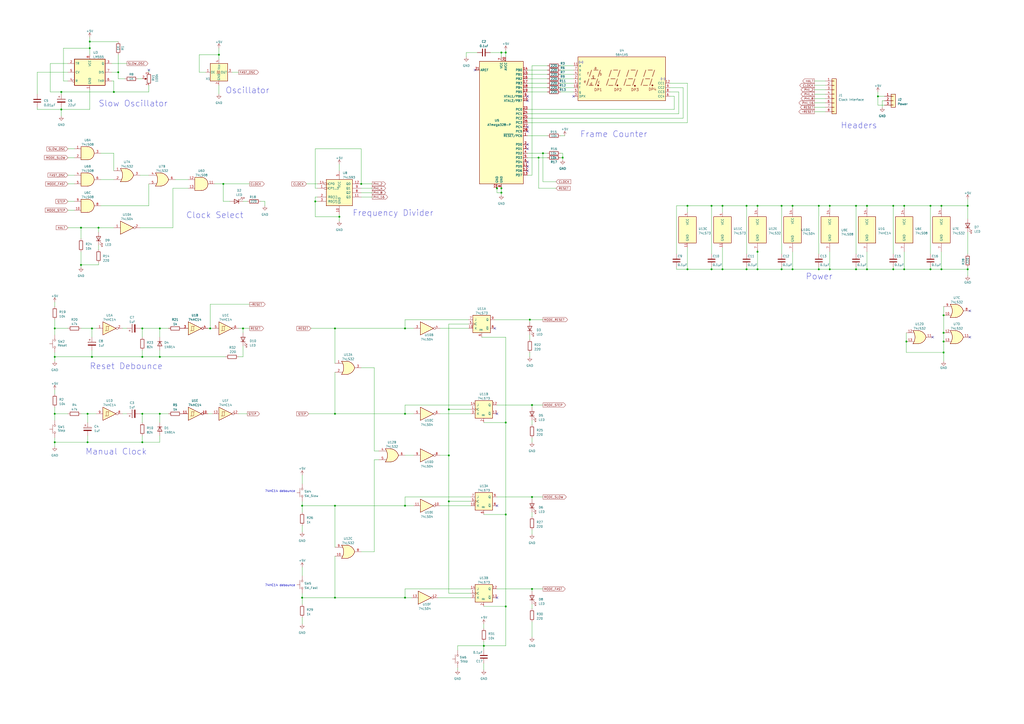
<source format=kicad_sch>
(kicad_sch (version 20230121) (generator eeschema)
  (paper "A2")
  (junction (at 539.75 156.21))
  (junction (at 439.42 156.21))
  (junction (at 308.61 234.95))
  (junction (at 546.1 119.38))
  (junction (at 433.07 119.38))
  (junction (at 561.34 119.38))
  (junction (at 419.1 119.38))
  (junction (at 82.55 190.5))
  (junction (at 140.97 190.5))
  (junction (at 175.26 293.37))
  (junction (at 398.78 156.21))
  (junction (at 524.51 119.38))
  (junction (at 308.61 288.29))
  (junction (at 439.42 119.38))
  (junction (at 234.95 190.5))
  (junction (at 53.34 190.5))
  (junction (at 260.35 237.49))
  (junction (at 547.37 198.12))
  (junction (at 260.35 290.83))
  (junction (at 307.34 185.42))
  (junction (at 474.98 156.21))
  (junction (at 412.75 156.21))
  (junction (at 439.42 146.05))
  (junction (at 459.74 156.21))
  (junction (at 82.55 207.01))
  (junction (at 293.37 30.48))
  (junction (at 398.78 119.38))
  (junction (at 52.07 24.13))
  (junction (at 518.16 119.38))
  (junction (at 50.8 240.03))
  (junction (at 196.85 125.73))
  (junction (at 46.99 153.67))
  (junction (at 194.31 346.71))
  (junction (at 481.33 119.38))
  (junction (at 260.35 264.16))
  (junction (at 82.55 240.03))
  (junction (at 127 31.75))
  (junction (at 293.37 245.11))
  (junction (at 312.42 91.44))
  (junction (at 433.07 156.21))
  (junction (at 293.37 351.79))
  (junction (at 502.92 156.21))
  (junction (at 182.88 116.84))
  (junction (at 175.26 346.71))
  (junction (at 92.71 240.03))
  (junction (at 209.55 106.68))
  (junction (at 46.99 132.08))
  (junction (at 92.71 190.5))
  (junction (at 547.37 204.47))
  (junction (at 35.56 63.5))
  (junction (at 308.61 341.63))
  (junction (at 280.67 374.65))
  (junction (at 453.39 119.38))
  (junction (at 502.92 119.38))
  (junction (at 288.29 109.22))
  (junction (at 474.98 119.38))
  (junction (at 518.16 156.21))
  (junction (at 561.34 156.21))
  (junction (at 121.92 190.5))
  (junction (at 326.39 91.44))
  (junction (at 459.74 119.38))
  (junction (at 66.04 53.34))
  (junction (at 31.75 240.03))
  (junction (at 68.58 41.91))
  (junction (at 129.54 106.68))
  (junction (at 453.39 156.21))
  (junction (at 82.55 256.54))
  (junction (at 290.83 111.76))
  (junction (at 525.78 198.12))
  (junction (at 31.75 207.01))
  (junction (at 92.71 207.01))
  (junction (at 481.33 156.21))
  (junction (at 53.34 207.01))
  (junction (at 412.75 119.38))
  (junction (at 509.27 55.88))
  (junction (at 419.1 156.21))
  (junction (at 31.75 256.54))
  (junction (at 52.07 27.94))
  (junction (at 234.95 346.71))
  (junction (at 194.31 293.37))
  (junction (at 314.96 88.9))
  (junction (at 547.37 193.04))
  (junction (at 234.95 240.03))
  (junction (at 194.31 190.5))
  (junction (at 546.1 156.21))
  (junction (at 496.57 156.21))
  (junction (at 35.56 53.34))
  (junction (at 524.51 156.21))
  (junction (at 293.37 298.45))
  (junction (at 31.75 190.5))
  (junction (at 57.15 132.08))
  (junction (at 194.31 240.03))
  (junction (at 290.83 30.48))
  (junction (at 496.57 119.38))
  (junction (at 290.83 109.22))
  (junction (at 234.95 293.37))
  (junction (at 50.8 256.54))
  (junction (at 547.37 182.88))
  (junction (at 539.75 119.38))
  (no_connect (at 306.07 99.06))
  (no_connect (at 332.74 55.88))
  (no_connect (at 288.29 293.37))
  (no_connect (at 275.59 40.64))
  (no_connect (at 287.02 190.5))
  (no_connect (at 541.02 195.58))
  (no_connect (at 562.61 180.34))
  (no_connect (at 306.07 76.2))
  (no_connect (at 306.07 86.36))
  (no_connect (at 86.36 40.64))
  (no_connect (at 306.07 93.98))
  (no_connect (at 562.61 195.58))
  (no_connect (at 306.07 58.42))
  (no_connect (at 306.07 73.66))
  (no_connect (at 306.07 83.82))
  (no_connect (at 306.07 55.88))
  (no_connect (at 306.07 96.52))
  (no_connect (at 288.29 346.71))
  (no_connect (at 288.29 240.03))
  (wire (pts (xy 209.55 111.76) (xy 215.9 111.76)))
  (wire (pts (xy 472.44 59.69) (xy 478.79 59.69)))
  (wire (pts (xy 194.31 293.37) (xy 234.95 293.37)))
  (wire (pts (xy 39.37 190.5) (xy 31.75 190.5)))
  (wire (pts (xy 561.34 134.62) (xy 561.34 147.32)))
  (wire (pts (xy 525.78 204.47) (xy 525.78 198.12)))
  (wire (pts (xy 391.16 63.5) (xy 391.16 55.88)))
  (wire (pts (xy 153.67 119.38) (xy 153.67 116.84)))
  (wire (pts (xy 308.61 234.95) (xy 308.61 236.22)))
  (wire (pts (xy 29.21 53.34) (xy 35.56 53.34)))
  (wire (pts (xy 194.31 346.71) (xy 234.95 346.71)))
  (wire (pts (xy 100.33 109.22) (xy 100.33 132.08)))
  (wire (pts (xy 234.95 264.16) (xy 240.03 264.16)))
  (wire (pts (xy 39.37 132.08) (xy 46.99 132.08)))
  (wire (pts (xy 561.34 156.21) (xy 561.34 160.02)))
  (wire (pts (xy 513.08 60.96) (xy 509.27 60.96)))
  (wire (pts (xy 509.27 55.88) (xy 509.27 60.96)))
  (wire (pts (xy 55.88 240.03) (xy 50.8 240.03)))
  (wire (pts (xy 546.1 156.21) (xy 546.1 146.05)))
  (wire (pts (xy 31.75 190.5) (xy 31.75 185.42)))
  (wire (pts (xy 52.07 24.13) (xy 52.07 27.94)))
  (wire (pts (xy 306.07 66.04) (xy 393.7 66.04)))
  (wire (pts (xy 509.27 55.88) (xy 513.08 55.88)))
  (wire (pts (xy 39.37 36.83) (xy 29.21 36.83)))
  (wire (pts (xy 101.6 104.14) (xy 109.22 104.14)))
  (wire (pts (xy 21.59 63.5) (xy 35.56 63.5)))
  (wire (pts (xy 280.67 298.45) (xy 293.37 298.45)))
  (wire (pts (xy 502.92 120.65) (xy 502.92 119.38)))
  (wire (pts (xy 55.88 190.5) (xy 53.34 190.5)))
  (wire (pts (xy 524.51 156.21) (xy 524.51 146.05)))
  (wire (pts (xy 308.61 341.63) (xy 314.96 341.63)))
  (wire (pts (xy 472.44 49.53) (xy 478.79 49.53)))
  (wire (pts (xy 175.26 346.71) (xy 175.26 350.52)))
  (wire (pts (xy 194.31 293.37) (xy 194.31 317.5)))
  (wire (pts (xy 144.78 176.53) (xy 121.92 176.53)))
  (wire (pts (xy 524.51 119.38) (xy 539.75 119.38)))
  (wire (pts (xy 194.31 322.58) (xy 194.31 346.71)))
  (wire (pts (xy 280.67 374.65) (xy 265.43 374.65)))
  (wire (pts (xy 547.37 204.47) (xy 547.37 209.55)))
  (wire (pts (xy 306.07 50.8) (xy 317.5 50.8)))
  (wire (pts (xy 308.61 234.95) (xy 314.96 234.95)))
  (wire (pts (xy 287.02 185.42) (xy 307.34 185.42)))
  (wire (pts (xy 307.34 207.01) (xy 307.34 204.47)))
  (wire (pts (xy 419.1 119.38) (xy 433.07 119.38)))
  (wire (pts (xy 57.15 153.67) (xy 57.15 152.4)))
  (wire (pts (xy 502.92 156.21) (xy 502.92 146.05)))
  (wire (pts (xy 217.17 213.36) (xy 209.55 213.36)))
  (wire (pts (xy 92.71 252.73) (xy 92.71 256.54)))
  (wire (pts (xy 31.75 259.08) (xy 31.75 256.54)))
  (wire (pts (xy 68.58 31.75) (xy 68.58 41.91)))
  (wire (pts (xy 306.07 43.18) (xy 317.5 43.18)))
  (wire (pts (xy 39.37 86.36) (xy 43.18 86.36)))
  (wire (pts (xy 86.36 119.38) (xy 86.36 106.68)))
  (wire (pts (xy 92.71 240.03) (xy 97.79 240.03)))
  (wire (pts (xy 46.99 154.94) (xy 46.99 153.67)))
  (wire (pts (xy 234.95 341.63) (xy 234.95 346.71)))
  (wire (pts (xy 92.71 207.01) (xy 82.55 207.01)))
  (wire (pts (xy 66.04 46.99) (xy 66.04 53.34)))
  (wire (pts (xy 439.42 119.38) (xy 439.42 120.65)))
  (wire (pts (xy 290.83 30.48) (xy 293.37 30.48)))
  (wire (pts (xy 518.16 154.94) (xy 518.16 156.21)))
  (wire (pts (xy 270.51 30.48) (xy 270.51 33.02)))
  (wire (pts (xy 453.39 156.21) (xy 459.74 156.21)))
  (wire (pts (xy 539.75 119.38) (xy 539.75 147.32)))
  (wire (pts (xy 290.83 109.22) (xy 290.83 111.76)))
  (wire (pts (xy 39.37 101.6) (xy 43.18 101.6)))
  (wire (pts (xy 392.43 156.21) (xy 398.78 156.21)))
  (wire (pts (xy 82.55 252.73) (xy 82.55 256.54)))
  (wire (pts (xy 293.37 298.45) (xy 293.37 351.79)))
  (wire (pts (xy 325.12 91.44) (xy 326.39 91.44)))
  (wire (pts (xy 255.27 293.37) (xy 273.05 293.37)))
  (wire (pts (xy 322.58 105.41) (xy 314.96 105.41)))
  (wire (pts (xy 472.44 64.77) (xy 478.79 64.77)))
  (wire (pts (xy 433.07 119.38) (xy 439.42 119.38)))
  (wire (pts (xy 392.43 154.94) (xy 392.43 156.21)))
  (wire (pts (xy 308.61 38.1) (xy 317.5 38.1)))
  (wire (pts (xy 175.26 304.8) (xy 175.26 308.61)))
  (wire (pts (xy 459.74 119.38) (xy 474.98 119.38)))
  (wire (pts (xy 175.26 293.37) (xy 175.26 297.18)))
  (wire (pts (xy 175.26 275.59) (xy 175.26 280.67)))
  (wire (pts (xy 82.55 190.5) (xy 92.71 190.5)))
  (wire (pts (xy 182.88 109.22) (xy 184.15 109.22)))
  (wire (pts (xy 293.37 195.58) (xy 293.37 245.11)))
  (wire (pts (xy 138.43 190.5) (xy 140.97 190.5)))
  (wire (pts (xy 153.67 116.84) (xy 151.13 116.84)))
  (wire (pts (xy 194.31 240.03) (xy 194.31 215.9)))
  (wire (pts (xy 306.07 63.5) (xy 391.16 63.5)))
  (wire (pts (xy 472.44 62.23) (xy 478.79 62.23)))
  (wire (pts (xy 127 27.94) (xy 127 31.75)))
  (wire (pts (xy 209.55 86.36) (xy 182.88 86.36)))
  (wire (pts (xy 453.39 154.94) (xy 453.39 156.21)))
  (wire (pts (xy 398.78 143.51) (xy 398.78 156.21)))
  (wire (pts (xy 115.57 31.75) (xy 127 31.75)))
  (wire (pts (xy 209.55 106.68) (xy 215.9 106.68)))
  (wire (pts (xy 209.55 109.22) (xy 215.9 109.22)))
  (wire (pts (xy 433.07 154.94) (xy 433.07 156.21)))
  (wire (pts (xy 71.12 240.03) (xy 73.66 240.03)))
  (wire (pts (xy 481.33 156.21) (xy 481.33 146.05)))
  (wire (pts (xy 92.71 203.2) (xy 92.71 207.01)))
  (wire (pts (xy 308.61 246.38) (xy 308.61 243.84)))
  (wire (pts (xy 288.29 341.63) (xy 308.61 341.63)))
  (wire (pts (xy 547.37 193.04) (xy 547.37 198.12)))
  (wire (pts (xy 290.83 107.95) (xy 290.83 109.22)))
  (wire (pts (xy 31.75 236.22) (xy 31.75 240.03)))
  (wire (pts (xy 419.1 156.21) (xy 433.07 156.21)))
  (wire (pts (xy 46.99 153.67) (xy 57.15 153.67)))
  (wire (pts (xy 439.42 119.38) (xy 453.39 119.38)))
  (wire (pts (xy 496.57 119.38) (xy 502.92 119.38)))
  (wire (pts (xy 280.67 245.11) (xy 293.37 245.11)))
  (wire (pts (xy 474.98 154.94) (xy 474.98 156.21)))
  (wire (pts (xy 124.46 106.68) (xy 129.54 106.68)))
  (wire (pts (xy 255.27 264.16) (xy 260.35 264.16)))
  (wire (pts (xy 308.61 288.29) (xy 308.61 289.56)))
  (wire (pts (xy 325.12 45.72) (xy 332.74 45.72)))
  (wire (pts (xy 260.35 290.83) (xy 260.35 344.17)))
  (wire (pts (xy 280.67 361.95) (xy 280.67 364.49)))
  (wire (pts (xy 64.77 46.99) (xy 66.04 46.99)))
  (wire (pts (xy 53.34 195.58) (xy 53.34 190.5)))
  (wire (pts (xy 39.37 240.03) (xy 31.75 240.03)))
  (wire (pts (xy 398.78 156.21) (xy 412.75 156.21)))
  (wire (pts (xy 398.78 119.38) (xy 412.75 119.38)))
  (wire (pts (xy 306.07 45.72) (xy 317.5 45.72)))
  (wire (pts (xy 92.71 190.5) (xy 92.71 195.58)))
  (wire (pts (xy 255.27 190.5) (xy 271.78 190.5)))
  (wire (pts (xy 273.05 288.29) (xy 234.95 288.29)))
  (wire (pts (xy 209.55 114.3) (xy 215.9 114.3)))
  (wire (pts (xy 129.54 106.68) (xy 144.78 106.68)))
  (wire (pts (xy 561.34 119.38) (xy 561.34 127)))
  (wire (pts (xy 546.1 119.38) (xy 539.75 119.38)))
  (wire (pts (xy 46.99 132.08) (xy 46.99 138.43)))
  (wire (pts (xy 140.97 116.84) (xy 143.51 116.84)))
  (wire (pts (xy 273.05 234.95) (xy 234.95 234.95)))
  (wire (pts (xy 80.01 45.72) (xy 82.55 45.72)))
  (wire (pts (xy 140.97 193.04) (xy 140.97 190.5)))
  (wire (pts (xy 64.77 41.91) (xy 68.58 41.91)))
  (wire (pts (xy 21.59 62.23) (xy 21.59 63.5)))
  (wire (pts (xy 66.04 88.9) (xy 58.42 88.9)))
  (wire (pts (xy 481.33 119.38) (xy 496.57 119.38)))
  (wire (pts (xy 280.67 374.65) (xy 293.37 374.65)))
  (wire (pts (xy 175.26 344.17) (xy 175.26 346.71)))
  (wire (pts (xy 393.7 53.34) (xy 388.62 53.34)))
  (wire (pts (xy 412.75 119.38) (xy 412.75 147.32)))
  (wire (pts (xy 82.55 256.54) (xy 50.8 256.54)))
  (wire (pts (xy 459.74 146.05) (xy 459.74 156.21)))
  (wire (pts (xy 307.34 185.42) (xy 307.34 186.69)))
  (wire (pts (xy 234.95 240.03) (xy 240.03 240.03)))
  (wire (pts (xy 474.98 119.38) (xy 481.33 119.38)))
  (wire (pts (xy 53.34 203.2) (xy 53.34 207.01)))
  (wire (pts (xy 217.17 320.04) (xy 209.55 320.04)))
  (wire (pts (xy 474.98 119.38) (xy 474.98 147.32)))
  (wire (pts (xy 496.57 147.32) (xy 496.57 119.38)))
  (wire (pts (xy 194.31 240.03) (xy 234.95 240.03)))
  (wire (pts (xy 50.8 240.03) (xy 46.99 240.03)))
  (wire (pts (xy 524.51 156.21) (xy 539.75 156.21)))
  (wire (pts (xy 196.85 124.46) (xy 196.85 125.73)))
  (wire (pts (xy 121.92 190.5) (xy 123.19 190.5)))
  (wire (pts (xy 288.29 107.95) (xy 288.29 109.22)))
  (wire (pts (xy 39.37 116.84) (xy 43.18 116.84)))
  (wire (pts (xy 234.95 234.95) (xy 234.95 240.03)))
  (wire (pts (xy 68.58 45.72) (xy 68.58 41.91)))
  (wire (pts (xy 308.61 288.29) (xy 314.96 288.29)))
  (wire (pts (xy 453.39 119.38) (xy 459.74 119.38)))
  (wire (pts (xy 127 49.53) (xy 127 54.61)))
  (wire (pts (xy 175.26 293.37) (xy 194.31 293.37)))
  (wire (pts (xy 234.95 190.5) (xy 240.03 190.5)))
  (wire (pts (xy 255.27 240.03) (xy 273.05 240.03)))
  (wire (pts (xy 82.55 240.03) (xy 81.28 240.03)))
  (wire (pts (xy 234.95 288.29) (xy 234.95 293.37)))
  (wire (pts (xy 29.21 36.83) (xy 29.21 53.34)))
  (wire (pts (xy 234.95 346.71) (xy 238.76 346.71)))
  (wire (pts (xy 46.99 146.05) (xy 46.99 153.67)))
  (wire (pts (xy 82.55 240.03) (xy 82.55 245.11)))
  (wire (pts (xy 134.62 41.91) (xy 138.43 41.91)))
  (wire (pts (xy 50.8 245.11) (xy 50.8 240.03)))
  (wire (pts (xy 196.85 125.73) (xy 196.85 128.27)))
  (wire (pts (xy 308.61 101.6) (xy 306.07 101.6)))
  (wire (pts (xy 325.12 88.9) (xy 326.39 88.9)))
  (wire (pts (xy 280.67 351.79) (xy 293.37 351.79)))
  (wire (pts (xy 509.27 55.88) (xy 509.27 53.34)))
  (wire (pts (xy 496.57 156.21) (xy 502.92 156.21)))
  (wire (pts (xy 502.92 119.38) (xy 518.16 119.38)))
  (wire (pts (xy 52.07 27.94) (xy 52.07 31.75)))
  (wire (pts (xy 71.12 190.5) (xy 73.66 190.5)))
  (wire (pts (xy 396.24 68.58) (xy 396.24 50.8)))
  (wire (pts (xy 82.55 203.2) (xy 82.55 207.01)))
  (wire (pts (xy 306.07 40.64) (xy 317.5 40.64)))
  (wire (pts (xy 39.37 106.68) (xy 43.18 106.68)))
  (wire (pts (xy 325.12 78.74) (xy 327.66 78.74)))
  (wire (pts (xy 31.75 240.03) (xy 31.75 243.84)))
  (wire (pts (xy 182.88 86.36) (xy 182.88 109.22)))
  (wire (pts (xy 398.78 71.12) (xy 398.78 48.26)))
  (wire (pts (xy 182.88 116.84) (xy 184.15 116.84)))
  (wire (pts (xy 57.15 134.62) (xy 57.15 132.08)))
  (wire (pts (xy 177.8 106.68) (xy 184.15 106.68)))
  (wire (pts (xy 140.97 207.01) (xy 138.43 207.01)))
  (wire (pts (xy 129.54 106.68) (xy 129.54 116.84)))
  (wire (pts (xy 453.39 147.32) (xy 453.39 119.38)))
  (wire (pts (xy 314.96 88.9) (xy 317.5 88.9)))
  (wire (pts (xy 265.43 387.35) (xy 265.43 388.62)))
  (wire (pts (xy 412.75 156.21) (xy 419.1 156.21)))
  (wire (pts (xy 120.65 240.03) (xy 123.19 240.03)))
  (wire (pts (xy 439.42 156.21) (xy 453.39 156.21)))
  (wire (pts (xy 194.31 190.5) (xy 234.95 190.5)))
  (wire (pts (xy 260.35 187.96) (xy 260.35 237.49)))
  (wire (pts (xy 433.07 147.32) (xy 433.07 119.38)))
  (wire (pts (xy 290.83 113.03) (xy 290.83 111.76)))
  (wire (pts (xy 179.07 240.03) (xy 194.31 240.03)))
  (wire (pts (xy 120.65 190.5) (xy 121.92 190.5)))
  (wire (pts (xy 234.95 293.37) (xy 240.03 293.37)))
  (wire (pts (xy 293.37 29.21) (xy 293.37 30.48)))
  (wire (pts (xy 306.07 53.34) (xy 317.5 53.34)))
  (wire (pts (xy 392.43 119.38) (xy 392.43 147.32)))
  (wire (pts (xy 322.58 109.22) (xy 312.42 109.22)))
  (wire (pts (xy 50.8 252.73) (xy 50.8 256.54)))
  (wire (pts (xy 459.74 120.65) (xy 459.74 119.38)))
  (wire (pts (xy 82.55 207.01) (xy 53.34 207.01)))
  (wire (pts (xy 472.44 57.15) (xy 478.79 57.15)))
  (wire (pts (xy 288.29 109.22) (xy 288.29 111.76)))
  (wire (pts (xy 68.58 45.72) (xy 72.39 45.72)))
  (wire (pts (xy 184.15 114.3) (xy 182.88 114.3)))
  (wire (pts (xy 35.56 67.31) (xy 35.56 63.5)))
  (wire (pts (xy 58.42 119.38) (xy 86.36 119.38)))
  (wire (pts (xy 325.12 43.18) (xy 332.74 43.18)))
  (wire (pts (xy 129.54 116.84) (xy 133.35 116.84)))
  (wire (pts (xy 92.71 240.03) (xy 92.71 245.11)))
  (wire (pts (xy 31.75 226.06) (xy 31.75 228.6)))
  (wire (pts (xy 306.07 88.9) (xy 314.96 88.9)))
  (wire (pts (xy 115.57 41.91) (xy 115.57 31.75)))
  (wire (pts (xy 546.1 119.38) (xy 561.34 119.38)))
  (wire (pts (xy 308.61 101.6) (xy 308.61 38.1)))
  (wire (pts (xy 513.08 58.42) (xy 511.81 58.42)))
  (wire (pts (xy 82.55 190.5) (xy 81.28 190.5)))
  (wire (pts (xy 273.05 344.17) (xy 260.35 344.17)))
  (wire (pts (xy 288.29 288.29) (xy 308.61 288.29)))
  (wire (pts (xy 306.07 48.26) (xy 317.5 48.26)))
  (wire (pts (xy 92.71 256.54) (xy 82.55 256.54)))
  (wire (pts (xy 306.07 68.58) (xy 396.24 68.58)))
  (wire (pts (xy 130.81 207.01) (xy 92.71 207.01)))
  (wire (pts (xy 52.07 24.13) (xy 68.58 24.13)))
  (wire (pts (xy 518.16 147.32) (xy 518.16 119.38)))
  (wire (pts (xy 325.12 38.1) (xy 332.74 38.1)))
  (wire (pts (xy 66.04 53.34) (xy 86.36 53.34)))
  (wire (pts (xy 546.1 120.65) (xy 546.1 119.38)))
  (wire (pts (xy 217.17 261.62) (xy 219.71 261.62)))
  (wire (pts (xy 175.26 328.93) (xy 175.26 334.01)))
  (wire (pts (xy 100.33 109.22) (xy 109.22 109.22)))
  (wire (pts (xy 398.78 48.26) (xy 388.62 48.26)))
  (wire (pts (xy 419.1 156.21) (xy 419.1 143.51)))
  (wire (pts (xy 254 346.71) (xy 273.05 346.71)))
  (wire (pts (xy 525.78 204.47) (xy 547.37 204.47)))
  (wire (pts (xy 392.43 119.38) (xy 398.78 119.38)))
  (wire (pts (xy 46.99 190.5) (xy 53.34 190.5)))
  (wire (pts (xy 472.44 54.61) (xy 478.79 54.61)))
  (wire (pts (xy 518.16 156.21) (xy 524.51 156.21)))
  (wire (pts (xy 312.42 91.44) (xy 317.5 91.44)))
  (wire (pts (xy 547.37 177.8) (xy 547.37 182.88)))
  (wire (pts (xy 86.36 49.53) (xy 86.36 53.34)))
  (wire (pts (xy 472.44 52.07) (xy 478.79 52.07)))
  (wire (pts (xy 31.75 256.54) (xy 50.8 256.54)))
  (wire (pts (xy 312.42 109.22) (xy 312.42 91.44)))
  (wire (pts (xy 127 31.75) (xy 127 34.29)))
  (wire (pts (xy 66.04 99.06) (xy 66.04 88.9)))
  (wire (pts (xy 280.67 374.65) (xy 280.67 377.19)))
  (wire (pts (xy 31.75 209.55) (xy 31.75 207.01)))
  (wire (pts (xy 525.78 193.04) (xy 525.78 198.12)))
  (wire (pts (xy 66.04 53.34) (xy 35.56 53.34)))
  (wire (pts (xy 439.42 146.05) (xy 439.42 156.21)))
  (wire (pts (xy 273.05 237.49) (xy 260.35 237.49)))
  (wire (pts (xy 35.56 63.5) (xy 52.07 63.5)))
  (wire (pts (xy 121.92 176.53) (xy 121.92 190.5)))
  (wire (pts (xy 35.56 62.23) (xy 35.56 63.5)))
  (wire (pts (xy 21.59 41.91) (xy 21.59 54.61)))
  (wire (pts (xy 308.61 256.54) (xy 308.61 254)))
  (wire (pts (xy 35.56 53.34) (xy 35.56 54.61)))
  (wire (pts (xy 412.75 154.94) (xy 412.75 156.21)))
  (wire (pts (xy 459.74 156.21) (xy 474.98 156.21)))
  (wire (pts (xy 306.07 91.44) (xy 312.42 91.44)))
  (wire (pts (xy 326.39 88.9) (xy 326.39 91.44)))
  (wire (pts (xy 496.57 154.94) (xy 496.57 156.21)))
  (wire (pts (xy 31.75 207.01) (xy 53.34 207.01)))
  (wire (pts (xy 325.12 53.34) (xy 332.74 53.34)))
  (wire (pts (xy 175.26 358.14) (xy 175.26 361.95)))
  (wire (pts (xy 270.51 30.48) (xy 276.86 30.48)))
  (wire (pts (xy 57.15 144.78) (xy 57.15 142.24)))
  (wire (pts (xy 524.51 120.65) (xy 524.51 119.38)))
  (wire (pts (xy 217.17 261.62) (xy 217.17 213.36)))
  (wire (pts (xy 175.26 346.71) (xy 194.31 346.71)))
  (wire (pts (xy 175.26 290.83) (xy 175.26 293.37)))
  (wire (pts (xy 234.95 185.42) (xy 234.95 190.5)))
  (wire (pts (xy 279.4 195.58) (xy 293.37 195.58)))
  (wire (pts (xy 547.37 182.88) (xy 547.37 193.04)))
  (wire (pts (xy 474.98 156.21) (xy 481.33 156.21)))
  (wire (pts (xy 314.96 88.9) (xy 314.96 105.41)))
  (wire (pts (xy 325.12 48.26) (xy 332.74 48.26)))
  (wire (pts (xy 288.29 234.95) (xy 308.61 234.95)))
  (wire (pts (xy 86.36 101.6) (xy 81.28 101.6)))
  (wire (pts (xy 265.43 374.65) (xy 265.43 377.19)))
  (wire (pts (xy 307.34 185.42) (xy 314.96 185.42)))
  (wire (pts (xy 561.34 115.57) (xy 561.34 119.38)))
  (wire (pts (xy 138.43 240.03) (xy 143.51 240.03)))
  (wire (pts (xy 308.61 299.72) (xy 308.61 297.18)))
  (wire (pts (xy 433.07 156.21) (xy 439.42 156.21)))
  (wire (pts (xy 82.55 190.5) (xy 82.55 195.58)))
  (wire (pts (xy 325.12 50.8) (xy 332.74 50.8)))
  (wire (pts (xy 260.35 264.16) (xy 260.35 290.83)))
  (wire (pts (xy 481.33 156.21) (xy 496.57 156.21)))
  (wire (pts (xy 260.35 237.49) (xy 260.35 264.16)))
  (wire (pts (xy 82.55 240.03) (xy 92.71 240.03)))
  (wire (pts (xy 293.37 245.11) (xy 293.37 298.45)))
  (wire (pts (xy 306.07 71.12) (xy 398.78 71.12)))
  (wire (pts (xy 391.16 55.88) (xy 388.62 55.88)))
  (wire (pts (xy 46.99 132.08) (xy 57.15 132.08)))
  (wire (pts (xy 39.37 41.91) (xy 21.59 41.91)))
  (wire (pts (xy 308.61 341.63) (xy 308.61 342.9)))
  (wire (pts (xy 398.78 119.38) (xy 398.78 123.19)))
  (wire (pts (xy 326.39 91.44) (xy 326.39 92.71)))
  (wire (pts (xy 546.1 156.21) (xy 539.75 156.21)))
  (wire (pts (xy 273.05 290.83) (xy 260.35 290.83)))
  (wire (pts (xy 280.67 372.11) (xy 280.67 374.65)))
  (wire (pts (xy 308.61 309.88) (xy 308.61 307.34)))
  (wire (pts (xy 290.83 30.48) (xy 290.83 33.02)))
  (wire (pts (xy 547.37 198.12) (xy 547.37 204.47)))
  (wire (pts (xy 86.36 40.64) (xy 86.36 41.91)))
  (wire (pts (xy 280.67 388.62) (xy 280.67 384.81)))
  (wire (pts (xy 31.75 175.26) (xy 31.75 177.8)))
  (wire (pts (xy 140.97 200.66) (xy 140.97 207.01)))
  (wire (pts (xy 393.7 66.04) (xy 393.7 53.34)))
  (wire (pts (xy 92.71 190.5) (xy 97.79 190.5)))
  (wire (pts (xy 539.75 154.94) (xy 539.75 156.21)))
  (wire (pts (xy 419.1 119.38) (xy 419.1 123.19)))
  (wire (pts (xy 412.75 119.38) (xy 419.1 119.38)))
  (wire (pts (xy 502.92 156.21) (xy 518.16 156.21)))
  (wire (pts (xy 52.07 21.59) (xy 52.07 24.13)))
  (wire (pts (xy 217.17 266.7) (xy 217.17 320.04)))
  (wire (pts (xy 511.81 58.42) (xy 511.81 62.23)))
  (wire (pts (xy 31.75 190.5) (xy 31.75 194.31)))
  (wire (pts (xy 36.83 46.99) (xy 36.83 27.94)))
  (wire (pts (xy 31.75 204.47) (xy 31.75 207.01)))
  (wire (pts (xy 119.38 41.91) (xy 115.57 41.91)))
  (wire (pts (xy 100.33 132.08) (xy 81.28 132.08)))
  (wire (pts (xy 308.61 360.68) (xy 308.61 369.57)))
  (wire (pts (xy 306.07 78.74) (xy 317.5 78.74)))
  (wire (pts (xy 518.16 119.38) (xy 524.51 119.38)))
  (wire (pts (xy 58.42 104.14) (xy 66.04 104.14)))
  (wire (pts (xy 180.34 190.5) (xy 194.31 190.5)))
  (wire (pts (xy 293.37 30.48) (xy 293.37 33.02)))
  (wire (pts (xy 481.33 120.65) (xy 481.33 119.38)))
  (wire (pts (xy 39.37 91.44) (xy 43.18 91.44)))
  (wire (pts (xy 52.07 52.07) (xy 52.07 63.5)))
  (wire (pts (xy 271.78 185.42) (xy 234.95 185.42)))
  (wire (pts (xy 325.12 40.64) (xy 332.74 40.64)))
  (wire (pts (xy 31.75 254) (xy 31.75 256.54)))
  (wire (pts (xy 140.97 190.5) (xy 144.78 190.5)))
  (wire (pts (xy 260.35 187.96) (xy 271.78 187.96)))
  (wire (pts (xy 561.34 154.94) (xy 561.34 156.21)))
  (wire (pts (xy 36.83 27.94) (xy 52.07 27.94)))
  (wire (pts (xy 196.85 99.06) (xy 196.85 95.25)))
  (wire (pts (xy 288.29 111.76) (xy 290.83 111.76)))
  (wire (pts (xy 273.05 341.63) (xy 234.95 341.63)))
  (wire (pts (xy 57.15 132.08) (xy 66.04 132.08)))
  (wire (pts (xy 308.61 353.06) (xy 308.61 350.52)))
  (wire (pts (xy 39.37 46.99) (xy 36.83 46.99)))
  (wire (pts (xy 209.55 106.68) (xy 209.55 86.36)))
  (wire (pts (xy 182.88 125.73) (xy 196.85 125.73)))
  (wire (pts (xy 182.88 116.84) (xy 182.88 125.73)))
  (wire (pts (xy 439.42 144.78) (xy 439.42 146.05)))
  (wire (pts (xy 396.24 50.8) (xy 388.62 50.8)))
  (wire (pts (xy 39.37 121.92) (xy 43.18 121.92)))
  (wire (pts (xy 293.37 374.65) (xy 293.37 351.79)))
  (wire (pts (xy 64.77 36.83) (xy 73.66 36.83)))
  (wire (pts (xy 194.31 190.5) (xy 194.31 210.82)))
  (wire (pts (xy 472.44 46.99) (xy 478.79 46.99)))
  (wire (pts (xy 546.1 156.21) (xy 561.34 156.21)))
  (wire (pts (xy 182.88 114.3) (xy 182.88 116.84)))
  (wire (pts (xy 217.17 266.7) (xy 219.71 266.7)))
  (wire (pts (xy 284.48 30.48) (xy 290.83 30.48)))
  (wire (pts (xy 307.34 196.85) (xy 307.34 194.31)))
  (text "(+)" (at 335.6579 36.835 0) (effects (font (size 1 1)) (justify left bottom)))
  (text "Frame Counter" (at 336.55 80.01 0) (effects (font (size 3.5 3.5)) (justify left bottom)))
  (text "Slow Oscillator" (at 57.15 62.23 0) (effects (font (size 3.5 3.5)) (justify left bottom)))
  (text "74HC14 debounce" (at 153.67 285.75 0) (effects (font (size 1.27 1.27)) (justify left bottom)))
  (text "Power" (at 467.36 162.56 0) (effects (font (size 3.5 3.5)) (justify left bottom)))
  (text "Manual Clock" (at 49.53 264.16 0) (effects (font (size 3.5 3.5)) (justify left bottom)))
  (text "Oscillator" (at 130.81 54.61 0) (effects (font (size 3.5 3.5)) (justify left bottom)))
  (text "Headers" (at 487.68 74.93 0) (effects (font (size 3.5 3.5)) (justify left bottom)))
  (text "Reset Debounce\n" (at 52.07 214.63 0) (effects (font (size 3.5 3.5)) (justify left bottom)))
  (text "Clock Select" (at 107.95 127 0) (effects (font (size 3.5 3.5)) (justify left bottom)))
  (text "(-)" (at 383.1635 46.5458 0) (effects (font (size 1 1)) (justify left bottom)))
  (text "Frequency Divider" (at 204.47 125.73 0) (effects (font (size 3.5 3.5)) (justify left bottom)))
  (text "74HC14 debounce" (at 153.67 340.36 0) (effects (font (size 1.27 1.27)) (justify left bottom)))
  (global_label "RESET" (shape output) (at 472.44 62.23 180) (property "Intersheetrefs" "${INTERSHEET_REFS}" (effects hide)))
  (global_label "SLOW_OSC" (shape output) (at 73.66 36.83 0) (property "Intersheetrefs" "${INTERSHEET_REFS}" (effects hide)))
  (global_label "RESET" (shape input) (at 180.34 190.5 180) (property "Intersheetrefs" "${INTERSHEET_REFS}" (effects hide)))
  (global_label "CLOCK" (shape input) (at 322.58 105.41 0) (property "Intersheetrefs" "${INTERSHEET_REFS}" (effects hide)))
  (global_label "PHI_2" (shape output) (at 215.9 106.68 0) (property "Intersheetrefs" "${INTERSHEET_REFS}" (effects hide)))
  (global_label "PHI_16" (shape output) (at 215.9 114.3 0) (property "Intersheetrefs" "${INTERSHEET_REFS}" (effects hide)))
  (global_label "CLOCK" (shape output) (at 472.44 49.53 180) (property "Intersheetrefs" "${INTERSHEET_REFS}" (effects hide)))
  (global_label "FAST_OSC" (shape input) (at 39.37 101.6 180) (property "Intersheetrefs" "${INTERSHEET_REFS}" (effects hide)))
  (global_label "HALT" (shape output) (at 472.44 46.99 180) (property "Intersheetrefs" "${INTERSHEET_REFS}" (effects hide)))
  (global_label "STEP" (shape input) (at 39.37 116.84 180) (property "Intersheetrefs" "${INTERSHEET_REFS}" (effects hide)))
  (global_label "STEP" (shape input) (at 179.07 240.03 180) (property "Intersheetrefs" "${INTERSHEET_REFS}" (effects hide)))
  (global_label "SLOW_OSC" (shape input) (at 39.37 86.36 180) (property "Intersheetrefs" "${INTERSHEET_REFS}" (effects hide)))
  (global_label "RESET" (shape output) (at 144.78 190.5 0) (property "Intersheetrefs" "${INTERSHEET_REFS}" (effects hide)))
  (global_label "FAST_OSC" (shape output) (at 138.43 41.91 0) (property "Intersheetrefs" "${INTERSHEET_REFS}" (effects hide)))
  (global_label "PHI_8" (shape output) (at 215.9 111.76 0) (property "Intersheetrefs" "${INTERSHEET_REFS}" (effects hide)))
  (global_label "MODE_FAST" (shape input) (at 39.37 106.68 180) (property "Intersheetrefs" "${INTERSHEET_REFS}" (effects hide)))
  (global_label "STEP" (shape output) (at 143.51 240.03 0) (property "Intersheetrefs" "${INTERSHEET_REFS}" (effects hide)))
  (global_label "HALT" (shape input) (at 39.37 132.08 180) (property "Intersheetrefs" "${INTERSHEET_REFS}" (effects hide)))
  (global_label "MODE_FAST" (shape output) (at 314.96 341.63 0) (property "Intersheetrefs" "${INTERSHEET_REFS}" (effects hide)))
  (global_label "PHI_4" (shape output) (at 472.44 54.61 180) (property "Intersheetrefs" "${INTERSHEET_REFS}" (effects hide)))
  (global_label "MODE_STEP" (shape input) (at 39.37 121.92 180) (property "Intersheetrefs" "${INTERSHEET_REFS}" (effects hide)))
  (global_label "MODE_SLOW" (shape input) (at 39.37 91.44 180) (property "Intersheetrefs" "${INTERSHEET_REFS}" (effects hide)))
  (global_label "PHI_2" (shape output) (at 472.44 52.07 180) (property "Intersheetrefs" "${INTERSHEET_REFS}" (effects hide)))
  (global_label "RESET" (shape input) (at 322.58 109.22 0) (property "Intersheetrefs" "${INTERSHEET_REFS}" (effects hide)))
  (global_label "PHI_4" (shape output) (at 215.9 109.22 0) (property "Intersheetrefs" "${INTERSHEET_REFS}" (effects hide)))
  (global_label "MODE_RESET" (shape output) (at 314.96 185.42 0) (property "Intersheetrefs" "${INTERSHEET_REFS}" (effects hide)))
  (global_label "PHI_16" (shape output) (at 472.44 59.69 180) (property "Intersheetrefs" "${INTERSHEET_REFS}" (effects hide)))
  (global_label "CLOCK" (shape input) (at 177.8 106.68 180) (property "Intersheetrefs" "${INTERSHEET_REFS}" (effects hide)))
  (global_label "CLOCK" (shape output) (at 144.78 106.68 0) (property "Intersheetrefs" "${INTERSHEET_REFS}" (effects hide)))
  (global_label "MODE_STEP" (shape output) (at 314.96 234.95 0) (property "Intersheetrefs" "${INTERSHEET_REFS}" (effects hide)))
  (global_label "~RESET" (shape output) (at 144.78 176.53 0) (property "Intersheetrefs" "${INTERSHEET_REFS}" (effects hide)))
  (global_label "MODE_SLOW" (shape output) (at 314.96 288.29 0) (property "Intersheetrefs" "${INTERSHEET_REFS}" (effects hide)))
  (global_label "PHI_8" (shape output) (at 472.44 57.15 180) (property "Intersheetrefs" "${INTERSHEET_REFS}" (effects hide)))
  (global_label "~RESET" (shape output) (at 472.44 64.77 180) (property "Intersheetrefs" "${INTERSHEET_REFS}" (effects hide)))
  (symbol (lib_id "Oscillator:SG-7050CCN") (at 127 41.91 0) (unit 1)
    (property "Reference" "X1" (at 120.65 45.72 0))
    (property "Value" "SG-7050CCN" (effects hide))
    (property "Footprint" "Oscillator:Oscillator_SMD_SeikoEpson_SG8002CA-4Pin_7.0x5.0mm" (effects hide))
    (property "Datasheet" "https://support.epson.biz/td/api/doc_check.php?dl=brief_SG7050CAN&lang=en" (effects hide))
  )
  (symbol (lib_id "Device:R_Potentiometer") (at 86.36 45.72 180) (unit 1)
    (property "Reference" "RV1" (at 88.9 46.99 90) (effects (justify right)))
    (property "Value" "100k" (at 90.9375 47.6983 90) (effects (justify right)))
  )
  (symbol (lib_id "Device:R") (at 308.61 303.53 0) (unit 1)
    (property "Reference" "R27" (at 311.15 302.895 0) (effects (justify left)))
    (property "Value" "220" (at 311.15 305.435 0) (effects (justify left)))
  )
  (symbol (lib_id "Device:C") (at 392.43 151.13 0) (unit 1)
    (property "Reference" "C9" (at 393.065 148.59 0) (effects (justify left)))
    (property "Value" "0.1µF" (at 393.065 153.67 0) (effects (justify left)))
    (property "Footprint" "Capacitor_THT:C_Disc_D4.3mm_W1.9mm_P5.00mm" (effects hide))
  )
  (symbol (lib_id "74xx:74LS04") (at 73.66 132.08 0) (unit 1)
    (property "Reference" "U10" (at 73.66 124.46 0))
    (property "Value" "74LS04" (at 73.66 127 0))
    (property "Datasheet" "http://www.ti.com/lit/gpn/sn74LS04" (effects hide))
  )
  (symbol (lib_id "power:+5V") (at 196.85 95.25 0) (unit 1)
    (property "Reference" "#PWR013" (effects hide))
    (property "Value" "+5V" (at 196.85 91.694 0))
  )
  (symbol (lib_id "Device:C") (at 474.98 151.13 0) (unit 1)
    (property "Reference" "C13" (at 475.615 148.59 0) (effects (justify left)))
    (property "Value" "0.1µF" (at 475.615 153.67 0) (effects (justify left)))
    (property "Footprint" "Capacitor_THT:C_Disc_D4.3mm_W1.9mm_P5.00mm" (effects hide))
  )
  (symbol (lib_id "Device:C") (at 433.07 151.13 0) (unit 1)
    (property "Reference" "C11" (at 433.705 148.59 0) (effects (justify left)))
    (property "Value" "0.1µF" (at 433.705 153.67 0) (effects (justify left)))
    (property "Footprint" "Capacitor_THT:C_Disc_D4.3mm_W1.9mm_P5.00mm" (effects hide))
  )
  (symbol (lib_id "74xx:74LS04") (at 246.38 346.71 0) (unit 6)
    (property "Reference" "U10" (at 247.65 350.52 0))
    (property "Value" "74LS04" (at 246.38 353.06 0))
    (property "Datasheet" "http://www.ti.com/lit/gpn/sn74LS04" (effects hide))
  )
  (symbol (lib_id "Device:LED") (at 561.34 130.81 90) (unit 1)
    (property "Reference" "D7" (at 565.15 131.7625 90) (effects (justify right)))
    (property "Value" "LED" (at 565.15 134.3025 90) (effects (justify right)))
  )
  (symbol (lib_id "Switch:SW_Push") (at 265.43 382.27 90) (unit 1)
    (property "Reference" "SW6" (at 268.636 381.3153 90))
    (property "Value" "Stop" (at 269.24 383.54 90))
  )
  (symbol (lib_id "Display_Character:CC56-12SRWA") (at 360.68 45.72 0) (unit 1)
    (property "Reference" "U4" (at 360.68 29.21 0))
    (property "Value" "5641AS" (at 360.68 31.75 0))
    (property "Footprint" "Display_7Segment:CA56-12SRWA" (effects hide))
    (property "Datasheet" "http://www.kingbrightusa.com/images/catalog/SPEC/CC56-12SRWA.pdf" (effects hide))
  )
  (symbol (lib_id "74xx:74HC14") (at 130.81 240.03 0) (unit 6)
    (property "Reference" "U1" (at 130.81 232.41 0))
    (property "Value" "74HC14" (at 130.81 234.95 0))
    (property "Datasheet" "http://www.ti.com/lit/gpn/sn74HC14" (effects hide))
  )
  (symbol (lib_id "Device:LED") (at 140.97 196.85 90) (unit 1)
    (property "Reference" "D10" (at 144.78 197.8025 90) (effects (justify right)))
    (property "Value" "LED" (at 144.78 200.3425 90) (effects (justify right)))
  )
  (symbol (lib_id "Device:R") (at 321.31 45.72 90) (unit 1)
    (property "Reference" "R9" (at 326.39 44.45 90))
    (property "Value" "220" (at 321.31 45.72 90))
  )
  (symbol (lib_id "Device:R") (at 46.99 142.24 0) (unit 1)
    (property "Reference" "R24" (at 49.53 141.605 0) (effects (justify left)))
    (property "Value" "10k" (at 49.53 144.145 0) (effects (justify left)))
  )
  (symbol (lib_id "Device:C_Polarized") (at 50.8 248.92 0) (unit 1)
    (property "Reference" "C4" (at 54.61 247.396 0) (effects (justify left)))
    (property "Value" "1uf" (at 54.61 249.936 0) (effects (justify left)))
  )
  (symbol (lib_id "Device:R") (at 175.26 354.33 0) (unit 1)
    (property "Reference" "R29" (at 177.8 353.695 0) (effects (justify left)))
    (property "Value" "1k" (at 177.8 356.235 0) (effects (justify left)))
  )
  (symbol (lib_id "74xx:74LS04") (at 247.65 240.03 0) (unit 3)
    (property "Reference" "U10" (at 248.92 243.84 0))
    (property "Value" "74LS04" (at 247.65 246.38 0))
    (property "Datasheet" "http://www.ti.com/lit/gpn/sn74LS04" (effects hide))
  )
  (symbol (lib_id "power:GND") (at 290.83 113.03 0) (unit 1)
    (property "Reference" "#PWR015" (effects hide))
    (property "Value" "GND" (at 290.83 118.11 0))
  )
  (symbol (lib_id "74xx:74LS32") (at 533.4 195.58 0) (unit 4)
    (property "Reference" "U12" (at 533.4 187.96 0))
    (property "Value" "74LS32" (at 533.4 190.5 0))
    (property "Datasheet" "http://www.ti.com/lit/gpn/sn74LS32" (effects hide))
  )
  (symbol (lib_id "74xx:74LS73") (at 280.67 290.83 0) (unit 1)
    (property "Reference" "U13" (at 280.67 281.94 0))
    (property "Value" "74LS73" (at 280.67 284.48 0))
    (property "Datasheet" "http://www.ti.com/lit/gpn/sn74LS73" (effects hide))
  )
  (symbol (lib_id "74xx:74HC14") (at 502.92 133.35 0) (unit 7)
    (property "Reference" "U1" (at 509.27 132.715 0) (effects (justify left)))
    (property "Value" "74HC14" (at 509.27 135.255 0) (effects (justify left)))
    (property "Datasheet" "http://www.ti.com/lit/gpn/sn74HC14" (effects hide))
  )
  (symbol (lib_id "74xx:74LS08") (at 524.51 133.35 0) (unit 5)
    (property "Reference" "U6" (at 530.86 132.715 0) (effects (justify left)))
    (property "Value" "74LS08" (at 530.86 135.255 0) (effects (justify left)))
    (property "Datasheet" "http://www.ti.com/lit/gpn/sn74LS08" (effects hide))
  )
  (symbol (lib_id "74xx:74LS32") (at 201.93 320.04 0) (unit 3)
    (property "Reference" "U12" (at 201.93 312.42 0))
    (property "Value" "74LS32" (at 201.93 314.96 0))
    (property "Datasheet" "http://www.ti.com/lit/gpn/sn74LS32" (effects hide))
  )
  (symbol (lib_id "power:GND") (at 31.75 209.55 0) (unit 1)
    (property "Reference" "#PWR022" (effects hide))
    (property "Value" "GND" (at 31.75 214.63 0))
  )
  (symbol (lib_id "MCU_Microchip_ATmega:ATmega328-P") (at 290.83 71.12 0) (unit 1)
    (property "Reference" "U5" (at 288.29 69.85 0))
    (property "Value" "ATmega328-P" (at 289.56 72.39 0))
    (property "Footprint" "Package_DIP:DIP-28_W7.62mm" (effects hide))
    (property "Datasheet" "http://ww1.microchip.com/downloads/en/DeviceDoc/ATmega328_P%20AVR%20MCU%20with%20picoPower%20Technology%20Data%20Sheet%2040001984A.pdf" (effects hide))
  )
  (symbol (lib_id "Connector_Generic:Conn_01x03") (at 518.16 58.42 0) (unit 1)
    (property "Reference" "J2" (at 520.7 57.785 0) (effects (justify left)))
    (property "Value" "Power" (at 520.7 60.325 0) (effects (justify left)))
  )
  (symbol (lib_id "Device:R") (at 57.15 148.59 180) (unit 1)
    (property "Reference" "R14" (at 63.5 148.59 0) (effects (justify left)))
    (property "Value" "220" (at 63.5 151.13 0) (effects (justify left)))
  )
  (symbol (lib_id "power:+5V") (at 175.26 275.59 0) (unit 1)
    (property "Reference" "#PWR027" (effects hide))
    (property "Value" "+5V" (at 175.26 271.78 0))
  )
  (symbol (lib_id "Device:R") (at 101.6 190.5 90) (unit 1)
    (property "Reference" "R21" (at 101.6 185.42 90))
    (property "Value" "1k" (at 101.6 187.96 90))
  )
  (symbol (lib_id "power:GND") (at 270.51 33.02 0) (unit 1)
    (property "Reference" "#PWR06" (effects hide))
    (property "Value" "GND" (at 270.51 38.1 0))
  )
  (symbol (lib_id "74xx:74HC14") (at 63.5 190.5 0) (unit 1)
    (property "Reference" "U1" (at 63.5 182.88 0))
    (property "Value" "74HC14" (at 63.5 185.42 0))
    (property "Datasheet" "http://www.ti.com/lit/gpn/sn74HC14" (effects hide))
  )
  (symbol (lib_id "power:+5V") (at 127 27.94 0) (unit 1)
    (property "Reference" "#PWR04" (effects hide))
    (property "Value" "+5V" (at 127 24.384 0))
  )
  (symbol (lib_id "power:GND") (at 153.67 119.38 0) (unit 1)
    (property "Reference" "#PWR017" (effects hide))
    (property "Value" "GND" (at 153.67 124.46 0))
  )
  (symbol (lib_id "Device:R") (at 31.75 232.41 0) (unit 1)
    (property "Reference" "R2" (at 34.29 231.775 0) (effects (justify left)))
    (property "Value" "10k" (at 34.29 234.315 0) (effects (justify left)))
  )
  (symbol (lib_id "Device:R") (at 134.62 207.01 270) (unit 1)
    (property "Reference" "R32" (at 132.9018 201.6374 90) (effects (justify left)))
    (property "Value" "220" (at 133.1313 204.1626 90) (effects (justify left)))
  )
  (symbol (lib_id "Device:C_Polarized") (at 53.34 199.39 0) (unit 1)
    (property "Reference" "C8" (at 57.15 197.866 0) (effects (justify left)))
    (property "Value" "1uf" (at 57.15 200.406 0) (effects (justify left)))
  )
  (symbol (lib_id "Device:R") (at 308.61 250.19 0) (unit 1)
    (property "Reference" "R25" (at 311.15 249.555 0) (effects (justify left)))
    (property "Value" "220" (at 311.15 252.095 0) (effects (justify left)))
  )
  (symbol (lib_id "power:GND") (at 265.43 388.62 0) (unit 1)
    (property "Reference" "#PWR023" (effects hide))
    (property "Value" "GND" (at 265.43 393.7 0))
  )
  (symbol (lib_id "74xx:74LS73") (at 398.78 133.35 0) (unit 3)
    (property "Reference" "U13" (at 405.13 132.715 0) (effects (justify left)))
    (property "Value" "74LS73" (at 405.13 135.255 0) (effects (justify left)))
    (property "Datasheet" "http://www.ti.com/lit/gpn/sn74LS73" (effects hide))
  )
  (symbol (lib_id "Diode:1N914") (at 92.71 248.92 270) (unit 1)
    (property "Reference" "D1" (at 95.25 248.285 90) (effects (justify left)))
    (property "Value" "1N914" (at 95.25 250.825 90) (effects (justify left)))
    (property "Footprint" "Diode_THT:D_DO-35_SOD27_P7.62mm_Horizontal" (effects hide))
    (property "Datasheet" "http://www.vishay.com/docs/85622/1n914.pdf" (effects hide))
    (property "Sim.Device" "D" (effects hide))
    (property "Sim.Pins" "1=K 2=A" (effects hide))
  )
  (symbol (lib_id "Device:R") (at 321.31 48.26 90) (unit 1)
    (property "Reference" "R11" (at 326.39 46.99 90))
    (property "Value" "220" (at 321.31 48.26 90))
  )
  (symbol (lib_id "power:GND") (at 46.99 154.94 0) (unit 1)
    (property "Reference" "#PWR024" (effects hide))
    (property "Value" "GND" (at 46.99 160.02 0))
  )
  (symbol (lib_id "Device:LED") (at 308.61 346.71 90) (unit 1)
    (property "Reference" "D8" (at 312.42 347.6625 90) (effects (justify right)))
    (property "Value" "LED" (at 312.42 350.2025 90) (effects (justify right)))
  )
  (symbol (lib_id "74xx:74LS04") (at 247.65 190.5 0) (unit 2)
    (property "Reference" "U10" (at 248.92 194.31 0))
    (property "Value" "74LS04" (at 247.65 196.85 0))
    (property "Datasheet" "http://www.ti.com/lit/gpn/sn74LS04" (effects hide))
  )
  (symbol (lib_id "74xx:74LS32") (at 73.66 101.6 0) (unit 1)
    (property "Reference" "U7" (at 73.66 93.98 0))
    (property "Value" "74LS32" (at 73.66 96.52 0))
    (property "Datasheet" "http://www.ti.com/lit/gpn/sn74LS32" (effects hide))
  )
  (symbol (lib_id "Device:R") (at 321.31 53.34 90) (unit 1)
    (property "Reference" "R13" (at 326.39 52.07 90))
    (property "Value" "220" (at 321.31 53.34 90))
  )
  (symbol (lib_id "Device:R") (at 321.31 40.64 90) (unit 1)
    (property "Reference" "R6" (at 326.39 39.37 90))
    (property "Value" "220" (at 321.31 40.64 90))
  )
  (symbol (lib_id "74xx:74LS73") (at 280.67 344.17 0) (unit 2)
    (property "Reference" "U13" (at 280.67 335.28 0))
    (property "Value" "74LS73" (at 280.67 337.82 0))
    (property "Datasheet" "http://www.ti.com/lit/gpn/sn74LS73" (effects hide))
  )
  (symbol (lib_id "power:GND") (at 31.75 259.08 0) (unit 1)
    (property "Reference" "#PWR08" (effects hide))
    (property "Value" "GND" (at 31.75 264.16 0))
  )
  (symbol (lib_id "power:GND") (at 35.56 67.31 0) (unit 1)
    (property "Reference" "#PWR010" (effects hide))
    (property "Value" "GND" (at 35.56 72.39 0))
  )
  (symbol (lib_id "Device:LED") (at 307.34 190.5 90) (unit 1)
    (property "Reference" "D3" (at 311.15 191.4525 90) (effects (justify right)))
    (property "Value" "LED" (at 311.15 193.9925 90) (effects (justify right)))
  )
  (symbol (lib_id "Device:R") (at 43.18 240.03 90) (unit 1)
    (property "Reference" "R4" (at 43.18 234.95 90))
    (property "Value" "47k" (at 43.18 237.49 90))
  )
  (symbol (lib_id "74xx:74LS08") (at 116.84 106.68 0) (unit 4)
    (property "Reference" "U6" (at 116.8317 99.06 0))
    (property "Value" "74LS08" (at 116.8317 101.6 0))
    (property "Datasheet" "http://www.ti.com/lit/gpn/sn74LS08" (effects hide))
  )
  (symbol (lib_id "74xx:74LS08") (at 50.8 119.38 0) (unit 3)
    (property "Reference" "U6" (at 50.7917 111.76 0))
    (property "Value" "74LS08" (at 50.7917 114.3 0))
    (property "Datasheet" "http://www.ti.com/lit/gpn/sn74LS08" (effects hide))
  )
  (symbol (lib_id "74xx:74LS04") (at 247.65 264.16 0) (unit 4)
    (property "Reference" "U10" (at 248.92 267.97 0))
    (property "Value" "74LS04" (at 247.65 270.51 0))
    (property "Datasheet" "http://www.ti.com/lit/gpn/sn74LS04" (effects hide))
  )
  (symbol (lib_id "Device:R") (at 280.67 368.3 180) (unit 1)
    (property "Reference" "R31" (at 283.21 367.665 0) (effects (justify right)))
    (property "Value" "10k" (at 283.21 370.205 0) (effects (justify right)))
  )
  (symbol (lib_id "power:+5V") (at 280.67 361.95 0) (unit 1)
    (property "Reference" "#PWR034" (effects hide))
    (property "Value" "+5V" (at 280.67 358.14 0))
  )
  (symbol (lib_id "74xx:74LS93") (at 196.85 111.76 0) (unit 1)
    (property "Reference" "U8" (at 198.8059 100.33 0) (effects (justify left)))
    (property "Value" "74LS93" (at 198.8059 102.87 0) (effects (justify left)))
    (property "Datasheet" "http://www.ti.com/lit/gpn/sn74LS93" (effects hide))
  )
  (symbol (lib_id "Device:R") (at 321.31 43.18 90) (unit 1)
    (property "Reference" "R7" (at 326.39 41.91 90))
    (property "Value" "220" (at 321.31 43.18 90))
  )
  (symbol (lib_id "Connector_Generic:Conn_01x08") (at 483.87 54.61 0) (unit 1)
    (property "Reference" "J1" (at 486.41 55.245 0) (effects (justify left)))
    (property "Value" "Clock Interface" (at 486.41 57.785 0) (effects (justify left)))
  )
  (symbol (lib_id "Device:LED") (at 137.16 116.84 180) (unit 1)
    (property "Reference" "D2" (at 138.7475 110.49 0))
    (property "Value" "LED" (at 138.7475 113.03 0))
  )
  (symbol (lib_id "Switch:SW_Push") (at 175.26 285.75 90) (unit 1)
    (property "Reference" "SW4" (at 176.53 285.115 90) (effects (justify right)))
    (property "Value" "SW_Slow" (at 176.53 287.655 90) (effects (justify right)))
  )
  (symbol (lib_id "power:GND") (at 127 54.61 0) (unit 1)
    (property "Reference" "#PWR07" (effects hide))
    (property "Value" "GND" (at 127 59.69 0))
  )
  (symbol (lib_id "74xx:74LS73") (at 279.4 187.96 0) (unit 1)
    (property "Reference" "U11" (at 279.4 179.07 0))
    (property "Value" "74LS73" (at 279.4 181.61 0))
    (property "Datasheet" "http://www.ti.com/lit/gpn/sn74LS73" (effects hide))
  )
  (symbol (lib_id "74xx:74LS08") (at 50.8 104.14 0) (unit 2)
    (property "Reference" "U6" (at 50.7917 96.52 0))
    (property "Value" "74LS08" (at 50.7917 99.06 0))
    (property "Datasheet" "http://www.ti.com/lit/gpn/sn74LS08" (effects hide))
  )
  (symbol (lib_id "Device:R") (at 175.26 300.99 0) (unit 1)
    (property "Reference" "R26" (at 177.8 300.355 0) (effects (justify left)))
    (property "Value" "1k" (at 177.8 302.895 0) (effects (justify left)))
  )
  (symbol (lib_id "power:+5V") (at 327.66 78.74 0) (unit 1)
    (property "Reference" "#PWR011" (effects hide))
    (property "Value" "+5V" (at 327.66 74.93 0))
  )
  (symbol (lib_id "power:+5V") (at 31.75 175.26 0) (unit 1)
    (property "Reference" "#PWR019" (effects hide))
    (property "Value" "+5V" (at 31.75 171.704 0))
  )
  (symbol (lib_id "Device:C") (at 280.67 30.48 90) (unit 1)
    (property "Reference" "C2" (at 280.67 24.13 90))
    (property "Value" "0.1uf" (at 280.67 26.67 90))
  )
  (symbol (lib_id "74xx:74LS32") (at 546.1 133.35 0) (unit 5)
    (property "Reference" "U7" (at 552.45 132.715 0) (effects (justify left)))
    (property "Value" "74LS32" (at 552.45 135.255 0) (effects (justify left)))
    (property "Datasheet" "http://www.ti.com/lit/gpn/sn74LS32" (effects hide))
  )
  (symbol (lib_id "Device:R") (at 321.31 50.8 90) (unit 1)
    (property "Reference" "R12" (at 326.39 49.53 90))
    (property "Value" "220" (at 321.31 50.8 90))
  )
  (symbol (lib_id "power:+5V") (at 175.26 328.93 0) (unit 1)
    (property "Reference" "#PWR032" (effects hide))
    (property "Value" "+5V" (at 175.26 325.12 0))
  )
  (symbol (lib_id "power:+5V") (at 52.07 21.59 0) (unit 1)
    (property "Reference" "#PWR01" (effects hide))
    (property "Value" "+5V" (at 52.07 18.034 0))
  )
  (symbol (lib_id "Switch:SW_Push") (at 31.75 199.39 90) (unit 1)
    (property "Reference" "SW2" (at 35.56 198.12 90))
    (property "Value" "Reset" (at 36.1393 200.3375 90))
  )
  (symbol (lib_id "Device:LED") (at 57.15 138.43 90) (unit 1)
    (property "Reference" "D9" (at 60.96 139.3825 90) (effects (justify right)))
    (property "Value" "LED" (at 60.96 141.9225 90) (effects (justify right)))
  )
  (symbol (lib_id "Device:R") (at 68.58 27.94 0) (unit 1)
    (property "Reference" "R1" (at 71.12 29.21 90) (effects (justify left)))
    (property "Value" "1K" (at 68.58 29.21 90) (effects (justify left)))
  )
  (symbol (lib_id "power:+5V") (at 509.27 53.34 0) (unit 1)
    (property "Reference" "#PWR014" (effects hide))
    (property "Value" "+5V" (at 509.27 49.784 0))
  )
  (symbol (lib_id "power:GND") (at 308.61 256.54 0) (unit 1)
    (property "Reference" "#PWR026" (effects hide))
    (property "Value" "GND" (at 308.61 261.62 0))
  )
  (symbol (lib_id "74xx:74HC14") (at 130.81 190.5 0) (unit 3)
    (property "Reference" "U1" (at 130.81 182.88 0))
    (property "Value" "74HC14" (at 130.81 185.42 0))
    (property "Datasheet" "http://www.ti.com/lit/gpn/sn74HC14" (effects hide))
  )
  (symbol (lib_id "Device:R") (at 147.32 116.84 90) (unit 1)
    (property "Reference" "R18" (at 148.59 114.3 90) (effects (justify left)))
    (property "Value" "220" (at 149.0926 116.7924 90) (effects (justify left)))
  )
  (symbol (lib_id "power:+5V") (at 561.34 115.57 0) (unit 1)
    (property "Reference" "#PWR028" (effects hide))
    (property "Value" "+5V" (at 561.34 112.014 0))
  )
  (symbol (lib_id "power:+5V") (at 31.75 226.06 0) (unit 1)
    (property "Reference" "#PWR02" (effects hide))
    (property "Value" "+5V" (at 31.75 222.504 0))
  )
  (symbol (lib_id "Device:C") (at 453.39 151.13 0) (unit 1)
    (property "Reference" "C12" (at 454.025 148.59 0) (effects (justify left)))
    (property "Value" "0.1µF" (at 454.025 153.67 0) (effects (justify left)))
    (property "Footprint" "Capacitor_THT:C_Disc_D4.3mm_W1.9mm_P5.00mm" (effects hide))
  )
  (symbol (lib_id "74xx:74LS04") (at 459.74 133.35 0) (unit 7)
    (property "Reference" "U10" (at 467.36 133.35 0))
    (property "Value" "74LS04" (at 469.1264 135.5309 0))
    (property "Datasheet" "http://www.ti.com/lit/gpn/sn74LS04" (effects hide))
  )
  (symbol (lib_id "Device:LED") (at 308.61 240.03 90) (unit 1)
    (property "Reference" "D5" (at 312.42 240.9825 90) (effects (justify right)))
    (property "Value" "LED" (at 312.42 243.5225 90) (effects (justify right)))
  )
  (symbol (lib_id "74xx:74LS32") (at 93.98 104.14 0) (unit 2)
    (property "Reference" "U7" (at 93.98 96.52 0))
    (property "Value" "74LS32" (at 93.98 99.06 0))
    (property "Datasheet" "http://www.ti.com/lit/gpn/sn74LS32" (effects hide))
  )
  (symbol (lib_id "Device:R") (at 31.75 181.61 0) (unit 1)
    (property "Reference" "R19" (at 34.29 180.975 0) (effects (justify left)))
    (property "Value" "10k" (at 34.29 183.515 0) (effects (justify left)))
  )
  (symbol (lib_id "74xx:74HC14") (at 63.5 240.03 0) (unit 4)
    (property "Reference" "U1" (at 63.5 232.41 0))
    (property "Value" "74HC14" (at 63.5 234.95 0))
    (property "Datasheet" "http://www.ti.com/lit/gpn/sn74HC14" (effects hide))
  )
  (symbol (lib_id "Device:R") (at 82.55 199.39 0) (unit 1)
    (property "Reference" "R23" (at 85.09 198.755 0) (effects (justify left)))
    (property "Value" "82k" (at 85.09 201.295 0) (effects (justify left)))
  )
  (symbol (lib_id "Switch:SW_Push") (at 31.75 248.92 90) (unit 1)
    (property "Reference" "SW1" (at 35.56 247.65 90))
    (property "Value" "Step" (at 35.7004 249.6866 90))
  )
  (symbol (lib_id "power:GND") (at 307.34 207.01 0) (unit 1)
    (property "Reference" "#PWR021" (effects hide))
    (property "Value" "GND" (at 307.34 212.09 0))
  )
  (symbol (lib_id "power:+5V") (at 293.37 29.21 0) (unit 1)
    (property "Reference" "#PWR05" (effects hide))
    (property "Value" "+5V" (at 293.37 25.4 0))
  )
  (symbol (lib_id "Device:C_Polarized") (at 77.47 240.03 90) (unit 1)
    (property "Reference" "C3" (at 76.581 233.68 90))
    (property "Value" "1uf" (at 76.581 236.22 90))
  )
  (symbol (lib_id "Device:R") (at 76.2 45.72 90) (unit 1)
    (property "Reference" "R8" (at 76.2 43.18 90))
    (property "Value" "1K" (at 76.2 45.72 90))
  )
  (symbol (lib_id "power:GND") (at 175.26 361.95 0) (unit 1)
    (property "Reference" "#PWR035" (effects hide))
    (property "Value" "GND" (at 175.26 367.03 0))
  )
  (symbol (lib_id "74xx:74LS32") (at 439.42 133.35 0) (unit 5)
    (property "Reference" "U12" (at 445.77 132.715 0) (effects (justify left)))
    (property "Value" "74LS32" (at 445.77 135.255 0) (effects (justify left)))
    (property "Datasheet" "http://www.ti.com/lit/gpn/sn74LS32" (effects hide))
  )
  (symbol (lib_id "74xx:74HC14") (at 113.03 190.5 0) (unit 2)
    (property "Reference" "U1" (at 113.03 182.88 0))
    (property "Value" "74HC14" (at 113.03 185.42 0))
    (property "Datasheet" "http://www.ti.com/lit/gpn/sn74HC14" (effects hide))
  )
  (symbol (lib_id "Switch:SW_Push") (at 175.26 339.09 90) (unit 1)
    (property "Reference" "SW5" (at 176.53 338.455 90) (effects (justify right)))
    (property "Value" "SW_Fast" (at 176.53 340.995 90) (effects (justify right)))
  )
  (symbol (lib_id "Device:C") (at 21.59 58.42 0) (unit 1)
    (property "Reference" "C5" (at 25.4 58.42 0) (effects (justify left)))
    (property "Value" "0.01µF" (at 25.4 60.96 0) (effects (justify left)))
  )
  (symbol (lib_id "Device:C") (at 518.16 151.13 0) (unit 1)
    (property "Reference" "C15" (at 518.795 148.59 0) (effects (justify left)))
    (property "Value" "0.1µF" (at 518.795 153.67 0) (effects (justify left)))
    (property "Footprint" "Capacitor_THT:C_Disc_D4.3mm_W1.9mm_P5.00mm" (effects hide))
  )
  (symbol (lib_id "74xx:74LS73") (at 280.67 237.49 0) (unit 2)
    (property "Reference" "U11" (at 280.67 228.6 0))
    (property "Value" "74LS73" (at 280.67 231.14 0))
    (property "Datasheet" "http://www.ti.com/lit/gpn/sn74LS73" (effects hide))
  )
  (symbol (lib_id "Device:R") (at 101.6 240.03 90) (unit 1)
    (property "Reference" "R5" (at 101.6 234.95 90))
    (property "Value" "1k" (at 101.6 237.49 90))
  )
  (symbol (lib_id "Device:R") (at 321.31 78.74 90) (unit 1)
    (property "Reference" "R15" (at 321.1617 76.5885 90))
    (property "Value" "10k" (at 321.3621 78.7921 90))
  )
  (symbol (lib_id "74xx:74LS32") (at 227.33 264.16 0) (unit 2)
    (property "Reference" "U12" (at 227.33 256.54 0))
    (property "Value" "74LS32" (at 227.33 259.08 0))
    (property "Datasheet" "http://www.ti.com/lit/gpn/sn74LS32" (effects hide))
  )
  (symbol (lib_id "Device:R") (at 321.31 88.9 90) (unit 1)
    (property "Reference" "R16" (at 321.31 86.36 90))
    (property "Value" "10k" (at 321.1892 88.9577 90))
  )
  (symbol (lib_id "Device:C_Polarized") (at 77.47 190.5 90) (unit 1)
    (property "Reference" "C7" (at 76.581 184.15 90))
    (property "Value" "1uf" (at 76.581 186.69 90))
  )
  (symbol (lib_id "74xx:74HC14") (at 113.03 240.03 0) (unit 5)
    (property "Reference" "U1" (at 113.03 232.41 0))
    (property "Value" "74HC14" (at 113.03 234.95 0))
    (property "Datasheet" "http://www.ti.com/lit/gpn/sn74HC14" (effects hide))
  )
  (symbol (lib_id "74xx:74LS32") (at 554.99 180.34 0) (unit 3)
    (property "Reference" "U7" (at 554.99 172.72 0))
    (property "Value" "74LS32" (at 554.99 175.26 0))
    (property "Datasheet" "http://www.ti.com/lit/gpn/sn74LS32" (effects hide))
  )
  (symbol (lib_id "74xx:74LS32") (at 201.93 213.36 0) (unit 1)
    (property "Reference" "U12" (at 201.93 205.74 0))
    (property "Value" "74LS32" (at 201.93 208.28 0))
    (property "Datasheet" "http://www.ti.com/lit/gpn/sn74LS32" (effects hide))
  )
  (symbol (lib_id "Timer:LM555xM") (at 52.07 41.91 0) (unit 1)
    (property "Reference" "U3" (at 54.0259 30.48 0) (effects (justify left)))
    (property "Value" "LM555" (at 54.0259 33.02 0) (effects (justify left)))
    (property "Footprint" "Package_SO:SOIC-8_3.9x4.9mm_P1.27mm" (effects hide))
    (property "Datasheet" "http://www.ti.com/lit/ds/symlink/lm555.pdf" (effects hide))
  )
  (symbol (lib_id "Device:R") (at 561.34 151.13 180) (unit 1)
    (property "Reference" "R28" (at 558.8 149.86 90) (effects (justify left)))
    (property "Value" "220" (at 561.2924 149.3574 90) (effects (justify left)))
  )
  (symbol (lib_id "power:GND") (at 561.34 160.02 0) (unit 1)
    (property "Reference" "#PWR033" (effects hide))
    (property "Value" "GND" (at 561.34 163.83 0))
  )
  (symbol (lib_id "74xx:74LS73") (at 419.1 133.35 0) (unit 3)
    (property "Reference" "U11" (at 425.45 132.715 0) (effects (justify left)))
    (property "Value" "74LS73" (at 425.45 135.255 0) (effects (justify left)))
    (property "Datasheet" "http://www.ti.com/lit/gpn/sn74LS73" (effects hide))
  )
  (symbol (lib_id "Device:R") (at 321.31 38.1 90) (unit 1)
    (property "Reference" "R3" (at 326.39 36.83 90))
    (property "Value" "220" (at 321.31 38.1 90))
  )
  (symbol (lib_id "power:GND") (at 308.61 369.57 0) (unit 1)
    (property "Reference" "#PWR036" (effects hide))
    (property "Value" "GND" (at 308.61 374.65 0))
  )
  (symbol (lib_id "Device:C") (at 539.75 151.13 0) (unit 1)
    (property "Reference" "C16" (at 540.385 148.59 0) (effects (justify left)))
    (property "Value" "0.1µF" (at 540.385 153.67 0) (effects (justify left)))
    (property "Footprint" "Capacitor_THT:C_Disc_D4.3mm_W1.9mm_P5.00mm" (effects hide))
  )
  (symbol (lib_id "Device:C") (at 280.67 381 180) (unit 1)
    (property "Reference" "C17" (at 280.035 383.54 0) (effects (justify left)))
    (property "Value" "0.1µF" (at 280.035 378.46 0) (effects (justify left)))
    (property "Footprint" "Capacitor_THT:C_Disc_D4.3mm_W1.9mm_P5.00mm" (effects hide))
  )
  (symbol (lib_id "power:GND") (at 511.81 62.23 0) (unit 1)
    (property "Reference" "#PWR016" (effects hide))
    (property "Value" "GND" (at 511.81 67.31 0))
  )
  (symbol (lib_id "power:GND") (at 280.67 388.62 0) (unit 1)
    (property "Reference" "#PWR020" (effects hide))
    (property "Value" "GND" (at 280.67 393.7 0))
  )
  (symbol (lib_id "power:GND") (at 308.61 309.88 0) (unit 1)
    (property "Reference" "#PWR031" (effects hide))
    (property "Value" "GND" (at 308.61 314.96 0))
  )
  (symbol (lib_id "Device:C_Polarized") (at 35.56 58.42 0) (unit 1)
    (property "Reference" "C6" (at 39.37 58.42 0) (effects (justify left)))
    (property "Value" "22uF" (at 39.37 60.96 0) (effects (justify left)))
  )
  (symbol (lib_id "Device:C") (at 496.57 151.13 0) (unit 1)
    (property "Reference" "C14" (at 497.205 148.59 0) (effects (justify left)))
    (property "Value" "0.1µF" (at 497.205 153.67 0) (effects (justify left)))
    (property "Footprint" "Capacitor_THT:C_Disc_D4.3mm_W1.9mm_P5.00mm" (effects hide))
  )
  (symbol (lib_id "Device:R") (at 307.34 200.66 0) (unit 1)
    (property "Reference" "R22" (at 309.88 200.025 0) (effects (justify left)))
    (property "Value" "220" (at 309.88 202.565 0) (effects (justify left)))
  )
  (symbol (lib_id "Device:LED") (at 308.61 293.37 90) (unit 1)
    (property "Reference" "D6" (at 312.42 294.3225 90) (effects (justify right)))
    (property "Value" "LED" (at 312.42 296.8625 90) (effects (justify right)))
  )
  (symbol (lib_id "Device:R") (at 321.31 91.44 90) (unit 1)
    (property "Reference" "R17" (at 321.31 93.98 90))
    (property "Value" "10k" (at 321.1892 91.4977 90))
  )
  (symbol (lib_id "power:GND") (at 196.85 128.27 0) (unit 1)
    (property "Reference" "#PWR018" (effects hide))
    (property "Value" "GND" (at 196.85 133.35 0))
  )
  (symbol (lib_id "power:GND") (at 547.37 209.55 0) (unit 1)
    (property "Reference" "#PWR03" (effects hide))
    (property "Value" "GND" (at 547.37 213.36 0))
  )
  (symbol (lib_id "74xx:74LS32") (at 554.99 195.58 0) (unit 4)
    (property "Reference" "U7" (at 554.99 187.96 0))
    (property "Value" "74LS32" (at 554.99 190.5 0))
    (property "Datasheet" "http://www.ti.com/lit/gpn/sn74LS32" (effects hide))
  )
  (symbol (lib_id "74xx:74LS08") (at 50.8 88.9 0) (unit 1)
    (property "Reference" "U6" (at 50.7917 81.28 0))
    (property "Value" "74LS08" (at 50.7917 83.82 0))
    (property "Datasheet" "http://www.ti.com/lit/gpn/sn74LS08" (effects hide))
  )
  (symbol (lib_id "power:GND") (at 175.26 308.61 0) (unit 1)
    (property "Reference" "#PWR030" (effects hide))
    (property "Value" "GND" (at 175.26 313.69 0))
  )
  (symbol (lib_id "Device:C") (at 412.75 151.13 0) (unit 1)
    (property "Reference" "C10" (at 413.385 148.59 0) (effects (justify left)))
    (property "Value" "0.1µF" (at 413.385 153.67 0) (effects (justify left)))
    (property "Footprint" "Capacitor_THT:C_Disc_D4.3mm_W1.9mm_P5.00mm" (effects hide))
  )
  (symbol (lib_id "74xx:74LS04") (at 247.65 293.37 0) (unit 5)
    (property "Reference" "U10" (at 248.92 297.18 0))
    (property "Value" "74LS04" (at 247.65 299.72 0))
    (property "Datasheet" "http://www.ti.com/lit/gpn/sn74LS04" (effects hide))
  )
  (symbol (lib_id "Diode:1N914") (at 92.71 199.39 270) (unit 1)
    (property "Reference" "D4" (at 95.25 198.755 90) (effects (justify left)))
    (property "Value" "1N914" (at 95.25 201.295 90) (effects (justify left)))
    (property "Footprint" "Diode_THT:D_DO-35_SOD27_P7.62mm_Horizontal" (effects hide))
    (property "Datasheet" "http://www.vishay.com/docs/85622/1n914.pdf" (effects hide))
    (property "Sim.Device" "D" (effects hide))
    (property "Sim.Pins" "1=K 2=A" (effects hide))
  )
  (symbol (lib_id "Device:R") (at 82.55 248.92 0) (unit 1)
    (property "Reference" "R10" (at 85.09 248.285 0) (effects (justify left)))
    (property "Value" "82k" (at 85.09 250.825 0) (effects (justify left)))
  )
  (symbol (lib_id "power:GND") (at 326.39 92.71 0) (unit 1)
    (property "Reference" "#PWR012" (effects hide))
    (property "Value" "GND" (at 326.39 97.79 0))
  )
  (symbol (lib_id "74xx:74LS08") (at 481.33 133.35 0) (unit 5)
    (property "Reference" "U9" (at 489.9099 133.5125 0))
    (property "Value" "74LS08" (at 491.49 135.89 0))
    (property "Datasheet" "http://www.ti.com/lit/gpn/sn74LS08" (effects hide))
  )
  (symbol (lib_id "Device:R") (at 308.61 356.87 0) (unit 1)
    (property "Reference" "R30" (at 311.15 356.235 0) (effects (justify left)))
    (property "Value" "220" (at 311.15 358.775 0) (effects (justify left)))
  )
  (symbol (lib_id "Device:R") (at 43.18 190.5 90) (unit 1)
    (property "Reference" "R20" (at 43.18 185.42 90))
    (property "Value" "47k" (at 43.18 187.96 90))
  )
)
</source>
